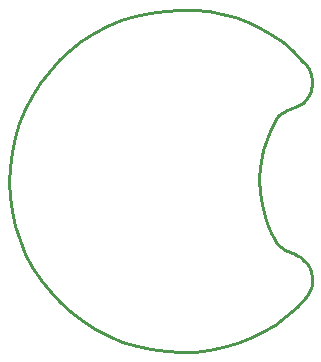
<source format=gbr>
G04 EAGLE Gerber RS-274X export*
G75*
%MOMM*%
%FSLAX34Y34*%
%LPD*%
%IN*%
%IPPOS*%
%AMOC8*
5,1,8,0,0,1.08239X$1,22.5*%
G01*
%ADD10C,0.254000*%


D10*
X-1270Y144780D02*
X-13886Y144174D01*
X-26401Y142470D01*
X-38720Y139682D01*
X-50749Y135832D01*
X-62397Y130947D01*
X-73575Y125066D01*
X-84198Y118233D01*
X-94184Y110500D01*
X-103459Y101926D01*
X-111951Y92576D01*
X-119596Y82522D01*
X-126336Y71840D01*
X-132119Y60611D01*
X-136901Y48921D01*
X-140646Y36858D01*
X-143326Y24515D01*
X-144919Y11986D01*
X-145415Y-635D01*
X-144809Y-13251D01*
X-143105Y-25766D01*
X-140317Y-38085D01*
X-136467Y-50114D01*
X-131582Y-61762D01*
X-125701Y-72940D01*
X-118868Y-83563D01*
X-111135Y-93549D01*
X-102561Y-102824D01*
X-93211Y-111316D01*
X-83157Y-118961D01*
X-72475Y-125701D01*
X-61246Y-131484D01*
X-49556Y-136266D01*
X-37493Y-140011D01*
X-25150Y-142691D01*
X-12621Y-144284D01*
X0Y-144780D01*
X11964Y-144545D01*
X23862Y-143268D01*
X35603Y-140958D01*
X47099Y-137635D01*
X58261Y-133321D01*
X69004Y-128052D01*
X79248Y-121866D01*
X88913Y-114811D01*
X97927Y-106941D01*
X106220Y-98314D01*
X106680Y-97790D01*
X107806Y-96067D01*
X108777Y-94252D01*
X109587Y-92360D01*
X110228Y-90404D01*
X110697Y-88399D01*
X110989Y-86362D01*
X111102Y-84307D01*
X111036Y-82249D01*
X110790Y-80206D01*
X110368Y-78191D01*
X109772Y-76221D01*
X109006Y-74310D01*
X108076Y-72474D01*
X106990Y-70725D01*
X105756Y-69078D01*
X104383Y-67545D01*
X102882Y-66137D01*
X101263Y-64865D01*
X99540Y-63739D01*
X97725Y-62768D01*
X96520Y-62230D01*
X92358Y-60438D01*
X88368Y-58290D01*
X84581Y-55802D01*
X81280Y-53213D01*
X79284Y-50016D01*
X77575Y-46657D01*
X77216Y-45847D01*
X73882Y-38555D01*
X71196Y-31001D01*
X69178Y-23240D01*
X68580Y-20193D01*
X67042Y-9615D01*
X66431Y1056D01*
X66421Y2286D01*
X67114Y11577D01*
X68614Y20772D01*
X69850Y26035D01*
X72652Y35154D01*
X75311Y41910D01*
X77978Y47244D01*
X79729Y50544D01*
X81762Y53679D01*
X83439Y55880D01*
X89991Y59702D01*
X96850Y62939D01*
X101600Y64770D01*
X103196Y66082D01*
X104671Y67527D01*
X106014Y69096D01*
X107216Y70776D01*
X108266Y72554D01*
X109158Y74417D01*
X109884Y76351D01*
X110439Y78341D01*
X110818Y80371D01*
X111019Y82427D01*
X111039Y84492D01*
X110880Y86551D01*
X110542Y88589D01*
X110027Y90589D01*
X109341Y92537D01*
X108487Y94418D01*
X107472Y96217D01*
X106304Y97920D01*
X104993Y99516D01*
X103547Y100991D01*
X102870Y101600D01*
X94822Y109766D01*
X86092Y117200D01*
X76748Y123845D01*
X66860Y129650D01*
X56504Y134572D01*
X45758Y138572D01*
X34704Y141620D01*
X23427Y143693D01*
X12013Y144775D01*
X547Y144859D01*
X-1270Y144780D01*
M02*

</source>
